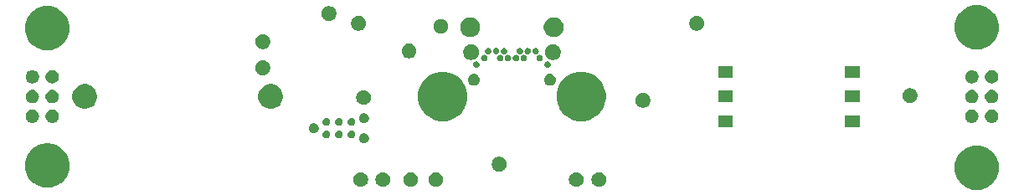
<source format=gbr>
G04 #@! TF.GenerationSoftware,KiCad,Pcbnew,(5.0.2)-1*
G04 #@! TF.CreationDate,2019-02-23T20:37:34-08:00*
G04 #@! TF.ProjectId,nixie_bottom_board,6e697869-655f-4626-9f74-746f6d5f626f,rev?*
G04 #@! TF.SameCoordinates,Original*
G04 #@! TF.FileFunction,Soldermask,Bot*
G04 #@! TF.FilePolarity,Negative*
%FSLAX46Y46*%
G04 Gerber Fmt 4.6, Leading zero omitted, Abs format (unit mm)*
G04 Created by KiCad (PCBNEW (5.0.2)-1) date 2/23/2019 8:37:34 PM*
%MOMM*%
%LPD*%
G01*
G04 APERTURE LIST*
%ADD10C,0.100000*%
G04 APERTURE END LIST*
D10*
G36*
X197366504Y-104978822D02*
X197656303Y-105036466D01*
X198065773Y-105206074D01*
X198147270Y-105260529D01*
X198433622Y-105451863D01*
X198434293Y-105452312D01*
X198747688Y-105765707D01*
X198993926Y-106134227D01*
X199163534Y-106543697D01*
X199210218Y-106778394D01*
X199250000Y-106978394D01*
X199250000Y-107421606D01*
X199232278Y-107510700D01*
X199163534Y-107856303D01*
X198993926Y-108265773D01*
X198854880Y-108473869D01*
X198747689Y-108634292D01*
X198434292Y-108947689D01*
X198365096Y-108993924D01*
X198065773Y-109193926D01*
X197656303Y-109363534D01*
X197366504Y-109421178D01*
X197221606Y-109450000D01*
X196778394Y-109450000D01*
X196633496Y-109421178D01*
X196343697Y-109363534D01*
X195934227Y-109193926D01*
X195634904Y-108993924D01*
X195565708Y-108947689D01*
X195252311Y-108634292D01*
X195145120Y-108473869D01*
X195006074Y-108265773D01*
X194836466Y-107856303D01*
X194767722Y-107510700D01*
X194750000Y-107421606D01*
X194750000Y-106978394D01*
X194789782Y-106778394D01*
X194836466Y-106543697D01*
X195006074Y-106134227D01*
X195252312Y-105765707D01*
X195565707Y-105452312D01*
X195566379Y-105451863D01*
X195852730Y-105260529D01*
X195934227Y-105206074D01*
X196343697Y-105036466D01*
X196633496Y-104978822D01*
X196778394Y-104950000D01*
X197221606Y-104950000D01*
X197366504Y-104978822D01*
X197366504Y-104978822D01*
G37*
G36*
X103366504Y-104778822D02*
X103656303Y-104836466D01*
X104065773Y-105006074D01*
X104147270Y-105060529D01*
X104434292Y-105252311D01*
X104747689Y-105565708D01*
X104752623Y-105573092D01*
X104993926Y-105934227D01*
X105163534Y-106343697D01*
X105169144Y-106371902D01*
X105250000Y-106778394D01*
X105250000Y-107221606D01*
X105232278Y-107310700D01*
X105163534Y-107656303D01*
X104993926Y-108065773D01*
X104872188Y-108247966D01*
X104747689Y-108434292D01*
X104434292Y-108747689D01*
X104322980Y-108822065D01*
X104065773Y-108993926D01*
X103656303Y-109163534D01*
X103366504Y-109221178D01*
X103221606Y-109250000D01*
X102778394Y-109250000D01*
X102633496Y-109221178D01*
X102343697Y-109163534D01*
X101934227Y-108993926D01*
X101677020Y-108822065D01*
X101565708Y-108747689D01*
X101252311Y-108434292D01*
X101127812Y-108247966D01*
X101006074Y-108065773D01*
X100836466Y-107656303D01*
X100767722Y-107310700D01*
X100750000Y-107221606D01*
X100750000Y-106778394D01*
X100830856Y-106371902D01*
X100836466Y-106343697D01*
X101006074Y-105934227D01*
X101247377Y-105573092D01*
X101252311Y-105565708D01*
X101565708Y-105252311D01*
X101852730Y-105060529D01*
X101934227Y-105006074D01*
X102343697Y-104836466D01*
X102633496Y-104778822D01*
X102778394Y-104750000D01*
X103221606Y-104750000D01*
X103366504Y-104778822D01*
X103366504Y-104778822D01*
G37*
G36*
X142518768Y-107678822D02*
X142655256Y-107735357D01*
X142778098Y-107817438D01*
X142882562Y-107921902D01*
X142964643Y-108044744D01*
X143021178Y-108181232D01*
X143050000Y-108326131D01*
X143050000Y-108473869D01*
X143021178Y-108618768D01*
X142964643Y-108755256D01*
X142882562Y-108878098D01*
X142778098Y-108982562D01*
X142655256Y-109064643D01*
X142518768Y-109121178D01*
X142373869Y-109150000D01*
X142226131Y-109150000D01*
X142081232Y-109121178D01*
X141944744Y-109064643D01*
X141821902Y-108982562D01*
X141717438Y-108878098D01*
X141635357Y-108755256D01*
X141578822Y-108618768D01*
X141550000Y-108473869D01*
X141550000Y-108326131D01*
X141578822Y-108181232D01*
X141635357Y-108044744D01*
X141717438Y-107921902D01*
X141821902Y-107817438D01*
X141944744Y-107735357D01*
X142081232Y-107678822D01*
X142226131Y-107650000D01*
X142373869Y-107650000D01*
X142518768Y-107678822D01*
X142518768Y-107678822D01*
G37*
G36*
X159018768Y-107678822D02*
X159155256Y-107735357D01*
X159278098Y-107817438D01*
X159382562Y-107921902D01*
X159464643Y-108044744D01*
X159521178Y-108181232D01*
X159550000Y-108326131D01*
X159550000Y-108473869D01*
X159521178Y-108618768D01*
X159464643Y-108755256D01*
X159382562Y-108878098D01*
X159278098Y-108982562D01*
X159155256Y-109064643D01*
X159018768Y-109121178D01*
X158873869Y-109150000D01*
X158726131Y-109150000D01*
X158581232Y-109121178D01*
X158444744Y-109064643D01*
X158321902Y-108982562D01*
X158217438Y-108878098D01*
X158135357Y-108755256D01*
X158078822Y-108618768D01*
X158050000Y-108473869D01*
X158050000Y-108326131D01*
X158078822Y-108181232D01*
X158135357Y-108044744D01*
X158217438Y-107921902D01*
X158321902Y-107817438D01*
X158444744Y-107735357D01*
X158581232Y-107678822D01*
X158726131Y-107650000D01*
X158873869Y-107650000D01*
X159018768Y-107678822D01*
X159018768Y-107678822D01*
G37*
G36*
X134918768Y-107678822D02*
X135055256Y-107735357D01*
X135178098Y-107817438D01*
X135282562Y-107921902D01*
X135364643Y-108044744D01*
X135421178Y-108181232D01*
X135450000Y-108326131D01*
X135450000Y-108473869D01*
X135421178Y-108618768D01*
X135364643Y-108755256D01*
X135282562Y-108878098D01*
X135178098Y-108982562D01*
X135055256Y-109064643D01*
X134918768Y-109121178D01*
X134773869Y-109150000D01*
X134626131Y-109150000D01*
X134481232Y-109121178D01*
X134344744Y-109064643D01*
X134221902Y-108982562D01*
X134117438Y-108878098D01*
X134035357Y-108755256D01*
X133978822Y-108618768D01*
X133950000Y-108473869D01*
X133950000Y-108326131D01*
X133978822Y-108181232D01*
X134035357Y-108044744D01*
X134117438Y-107921902D01*
X134221902Y-107817438D01*
X134344744Y-107735357D01*
X134481232Y-107678822D01*
X134626131Y-107650000D01*
X134773869Y-107650000D01*
X134918768Y-107678822D01*
X134918768Y-107678822D01*
G37*
G36*
X137168768Y-107678822D02*
X137305256Y-107735357D01*
X137428098Y-107817438D01*
X137532562Y-107921902D01*
X137614643Y-108044744D01*
X137671178Y-108181232D01*
X137700000Y-108326131D01*
X137700000Y-108473869D01*
X137671178Y-108618768D01*
X137614643Y-108755256D01*
X137532562Y-108878098D01*
X137428098Y-108982562D01*
X137305256Y-109064643D01*
X137168768Y-109121178D01*
X137023869Y-109150000D01*
X136876131Y-109150000D01*
X136731232Y-109121178D01*
X136594744Y-109064643D01*
X136471902Y-108982562D01*
X136367438Y-108878098D01*
X136285357Y-108755256D01*
X136228822Y-108618768D01*
X136200000Y-108473869D01*
X136200000Y-108326131D01*
X136228822Y-108181232D01*
X136285357Y-108044744D01*
X136367438Y-107921902D01*
X136471902Y-107817438D01*
X136594744Y-107735357D01*
X136731232Y-107678822D01*
X136876131Y-107650000D01*
X137023869Y-107650000D01*
X137168768Y-107678822D01*
X137168768Y-107678822D01*
G37*
G36*
X156718768Y-107678822D02*
X156855256Y-107735357D01*
X156978098Y-107817438D01*
X157082562Y-107921902D01*
X157164643Y-108044744D01*
X157221178Y-108181232D01*
X157250000Y-108326131D01*
X157250000Y-108473869D01*
X157221178Y-108618768D01*
X157164643Y-108755256D01*
X157082562Y-108878098D01*
X156978098Y-108982562D01*
X156855256Y-109064643D01*
X156718768Y-109121178D01*
X156573869Y-109150000D01*
X156426131Y-109150000D01*
X156281232Y-109121178D01*
X156144744Y-109064643D01*
X156021902Y-108982562D01*
X155917438Y-108878098D01*
X155835357Y-108755256D01*
X155778822Y-108618768D01*
X155750000Y-108473869D01*
X155750000Y-108326131D01*
X155778822Y-108181232D01*
X155835357Y-108044744D01*
X155917438Y-107921902D01*
X156021902Y-107817438D01*
X156144744Y-107735357D01*
X156281232Y-107678822D01*
X156426131Y-107650000D01*
X156573869Y-107650000D01*
X156718768Y-107678822D01*
X156718768Y-107678822D01*
G37*
G36*
X139978768Y-107678822D02*
X140115256Y-107735357D01*
X140238098Y-107817438D01*
X140342562Y-107921902D01*
X140424643Y-108044744D01*
X140481178Y-108181232D01*
X140510000Y-108326131D01*
X140510000Y-108473869D01*
X140481178Y-108618768D01*
X140424643Y-108755256D01*
X140342562Y-108878098D01*
X140238098Y-108982562D01*
X140115256Y-109064643D01*
X139978768Y-109121178D01*
X139833869Y-109150000D01*
X139686131Y-109150000D01*
X139541232Y-109121178D01*
X139404744Y-109064643D01*
X139281902Y-108982562D01*
X139177438Y-108878098D01*
X139095357Y-108755256D01*
X139038822Y-108618768D01*
X139010000Y-108473869D01*
X139010000Y-108326131D01*
X139038822Y-108181232D01*
X139095357Y-108044744D01*
X139177438Y-107921902D01*
X139281902Y-107817438D01*
X139404744Y-107735357D01*
X139541232Y-107678822D01*
X139686131Y-107650000D01*
X139833869Y-107650000D01*
X139978768Y-107678822D01*
X139978768Y-107678822D01*
G37*
G36*
X148918768Y-106128822D02*
X149055256Y-106185357D01*
X149178098Y-106267438D01*
X149282562Y-106371902D01*
X149364643Y-106494744D01*
X149421178Y-106631232D01*
X149450000Y-106776131D01*
X149450000Y-106923869D01*
X149421178Y-107068768D01*
X149364643Y-107205256D01*
X149282562Y-107328098D01*
X149178098Y-107432562D01*
X149055256Y-107514643D01*
X148918768Y-107571178D01*
X148773869Y-107600000D01*
X148626131Y-107600000D01*
X148481232Y-107571178D01*
X148344744Y-107514643D01*
X148221902Y-107432562D01*
X148117438Y-107328098D01*
X148035357Y-107205256D01*
X147978822Y-107068768D01*
X147950000Y-106923869D01*
X147950000Y-106776131D01*
X147978822Y-106631232D01*
X148035357Y-106494744D01*
X148117438Y-106371902D01*
X148221902Y-106267438D01*
X148344744Y-106185357D01*
X148481232Y-106128822D01*
X148626131Y-106100000D01*
X148773869Y-106100000D01*
X148918768Y-106128822D01*
X148918768Y-106128822D01*
G37*
G36*
X135184474Y-103739734D02*
X135274613Y-103777070D01*
X135355736Y-103831275D01*
X135424725Y-103900264D01*
X135478930Y-103981387D01*
X135516266Y-104071526D01*
X135535300Y-104167217D01*
X135535300Y-104264783D01*
X135516266Y-104360474D01*
X135478930Y-104450613D01*
X135424725Y-104531736D01*
X135355736Y-104600725D01*
X135274613Y-104654930D01*
X135184474Y-104692266D01*
X135088783Y-104711300D01*
X134991217Y-104711300D01*
X134895526Y-104692266D01*
X134805387Y-104654930D01*
X134724264Y-104600725D01*
X134655275Y-104531736D01*
X134601070Y-104450613D01*
X134563734Y-104360474D01*
X134544700Y-104264783D01*
X134544700Y-104167217D01*
X134563734Y-104071526D01*
X134601070Y-103981387D01*
X134655275Y-103900264D01*
X134724264Y-103831275D01*
X134805387Y-103777070D01*
X134895526Y-103739734D01*
X134991217Y-103720700D01*
X135088783Y-103720700D01*
X135184474Y-103739734D01*
X135184474Y-103739734D01*
G37*
G36*
X131294130Y-103446343D02*
X131344840Y-103456430D01*
X131416485Y-103486106D01*
X131459475Y-103514831D01*
X131480969Y-103529193D01*
X131535807Y-103584031D01*
X131550169Y-103605525D01*
X131578894Y-103648515D01*
X131608570Y-103720160D01*
X131623700Y-103796225D01*
X131623700Y-103873775D01*
X131608570Y-103949840D01*
X131578894Y-104021485D01*
X131535806Y-104085970D01*
X131480970Y-104140806D01*
X131416485Y-104183894D01*
X131344840Y-104213570D01*
X131294130Y-104223657D01*
X131268776Y-104228700D01*
X131191224Y-104228700D01*
X131165870Y-104223657D01*
X131115160Y-104213570D01*
X131043515Y-104183894D01*
X130979030Y-104140806D01*
X130924194Y-104085970D01*
X130881106Y-104021485D01*
X130851430Y-103949840D01*
X130836300Y-103873775D01*
X130836300Y-103796225D01*
X130851430Y-103720160D01*
X130881106Y-103648515D01*
X130909831Y-103605525D01*
X130924193Y-103584031D01*
X130979031Y-103529193D01*
X131000525Y-103514831D01*
X131043515Y-103486106D01*
X131115160Y-103456430D01*
X131165870Y-103446343D01*
X131191224Y-103441300D01*
X131268776Y-103441300D01*
X131294130Y-103446343D01*
X131294130Y-103446343D01*
G37*
G36*
X132564130Y-103446343D02*
X132614840Y-103456430D01*
X132686485Y-103486106D01*
X132729475Y-103514831D01*
X132750969Y-103529193D01*
X132805807Y-103584031D01*
X132820169Y-103605525D01*
X132848894Y-103648515D01*
X132878570Y-103720160D01*
X132893700Y-103796225D01*
X132893700Y-103873775D01*
X132878570Y-103949840D01*
X132848894Y-104021485D01*
X132805806Y-104085970D01*
X132750970Y-104140806D01*
X132686485Y-104183894D01*
X132614840Y-104213570D01*
X132564130Y-104223657D01*
X132538776Y-104228700D01*
X132461224Y-104228700D01*
X132435870Y-104223657D01*
X132385160Y-104213570D01*
X132313515Y-104183894D01*
X132249030Y-104140806D01*
X132194194Y-104085970D01*
X132151106Y-104021485D01*
X132121430Y-103949840D01*
X132106300Y-103873775D01*
X132106300Y-103796225D01*
X132121430Y-103720160D01*
X132151106Y-103648515D01*
X132179831Y-103605525D01*
X132194193Y-103584031D01*
X132249031Y-103529193D01*
X132270525Y-103514831D01*
X132313515Y-103486106D01*
X132385160Y-103456430D01*
X132435870Y-103446343D01*
X132461224Y-103441300D01*
X132538776Y-103441300D01*
X132564130Y-103446343D01*
X132564130Y-103446343D01*
G37*
G36*
X133834130Y-103446343D02*
X133884840Y-103456430D01*
X133956485Y-103486106D01*
X133999475Y-103514831D01*
X134020969Y-103529193D01*
X134075807Y-103584031D01*
X134090169Y-103605525D01*
X134118894Y-103648515D01*
X134148570Y-103720160D01*
X134163700Y-103796225D01*
X134163700Y-103873775D01*
X134148570Y-103949840D01*
X134118894Y-104021485D01*
X134075806Y-104085970D01*
X134020970Y-104140806D01*
X133956485Y-104183894D01*
X133884840Y-104213570D01*
X133834130Y-104223657D01*
X133808776Y-104228700D01*
X133731224Y-104228700D01*
X133705870Y-104223657D01*
X133655160Y-104213570D01*
X133583515Y-104183894D01*
X133519030Y-104140806D01*
X133464194Y-104085970D01*
X133421106Y-104021485D01*
X133391430Y-103949840D01*
X133376300Y-103873775D01*
X133376300Y-103796225D01*
X133391430Y-103720160D01*
X133421106Y-103648515D01*
X133449831Y-103605525D01*
X133464193Y-103584031D01*
X133519031Y-103529193D01*
X133540525Y-103514831D01*
X133583515Y-103486106D01*
X133655160Y-103456430D01*
X133705870Y-103446343D01*
X133731224Y-103441300D01*
X133808776Y-103441300D01*
X133834130Y-103446343D01*
X133834130Y-103446343D01*
G37*
G36*
X130104474Y-102723734D02*
X130194613Y-102761070D01*
X130275736Y-102815275D01*
X130344725Y-102884264D01*
X130398930Y-102965387D01*
X130436266Y-103055526D01*
X130455300Y-103151217D01*
X130455300Y-103248783D01*
X130436266Y-103344474D01*
X130398930Y-103434613D01*
X130344725Y-103515736D01*
X130275736Y-103584725D01*
X130194613Y-103638930D01*
X130104474Y-103676266D01*
X130008783Y-103695300D01*
X129911217Y-103695300D01*
X129815526Y-103676266D01*
X129725387Y-103638930D01*
X129644264Y-103584725D01*
X129575275Y-103515736D01*
X129521070Y-103434613D01*
X129483734Y-103344474D01*
X129464700Y-103248783D01*
X129464700Y-103151217D01*
X129483734Y-103055526D01*
X129521070Y-102965387D01*
X129575275Y-102884264D01*
X129644264Y-102815275D01*
X129725387Y-102761070D01*
X129815526Y-102723734D01*
X129911217Y-102704700D01*
X130008783Y-102704700D01*
X130104474Y-102723734D01*
X130104474Y-102723734D01*
G37*
G36*
X185150000Y-103085000D02*
X183650000Y-103085000D01*
X183650000Y-101915000D01*
X185150000Y-101915000D01*
X185150000Y-103085000D01*
X185150000Y-103085000D01*
G37*
G36*
X172350000Y-103085000D02*
X170850000Y-103085000D01*
X170850000Y-101915000D01*
X172350000Y-101915000D01*
X172350000Y-103085000D01*
X172350000Y-103085000D01*
G37*
G36*
X132564130Y-102176343D02*
X132614840Y-102186430D01*
X132686485Y-102216106D01*
X132750970Y-102259194D01*
X132805806Y-102314030D01*
X132848894Y-102378515D01*
X132878570Y-102450160D01*
X132893700Y-102526225D01*
X132893700Y-102603775D01*
X132878570Y-102679840D01*
X132848894Y-102751485D01*
X132842489Y-102761070D01*
X132806271Y-102815275D01*
X132805806Y-102815970D01*
X132750970Y-102870806D01*
X132686485Y-102913894D01*
X132614840Y-102943570D01*
X132564130Y-102953657D01*
X132538776Y-102958700D01*
X132461224Y-102958700D01*
X132435870Y-102953657D01*
X132385160Y-102943570D01*
X132313515Y-102913894D01*
X132249030Y-102870806D01*
X132194194Y-102815970D01*
X132193730Y-102815275D01*
X132157511Y-102761070D01*
X132151106Y-102751485D01*
X132121430Y-102679840D01*
X132106300Y-102603775D01*
X132106300Y-102526225D01*
X132121430Y-102450160D01*
X132151106Y-102378515D01*
X132194194Y-102314030D01*
X132249030Y-102259194D01*
X132313515Y-102216106D01*
X132385160Y-102186430D01*
X132435870Y-102176343D01*
X132461224Y-102171300D01*
X132538776Y-102171300D01*
X132564130Y-102176343D01*
X132564130Y-102176343D01*
G37*
G36*
X131294130Y-102176343D02*
X131344840Y-102186430D01*
X131416485Y-102216106D01*
X131480970Y-102259194D01*
X131535806Y-102314030D01*
X131578894Y-102378515D01*
X131608570Y-102450160D01*
X131623700Y-102526225D01*
X131623700Y-102603775D01*
X131608570Y-102679840D01*
X131578894Y-102751485D01*
X131572489Y-102761070D01*
X131536271Y-102815275D01*
X131535806Y-102815970D01*
X131480970Y-102870806D01*
X131416485Y-102913894D01*
X131344840Y-102943570D01*
X131294130Y-102953657D01*
X131268776Y-102958700D01*
X131191224Y-102958700D01*
X131165870Y-102953657D01*
X131115160Y-102943570D01*
X131043515Y-102913894D01*
X130979030Y-102870806D01*
X130924194Y-102815970D01*
X130923730Y-102815275D01*
X130887511Y-102761070D01*
X130881106Y-102751485D01*
X130851430Y-102679840D01*
X130836300Y-102603775D01*
X130836300Y-102526225D01*
X130851430Y-102450160D01*
X130881106Y-102378515D01*
X130924194Y-102314030D01*
X130979030Y-102259194D01*
X131043515Y-102216106D01*
X131115160Y-102186430D01*
X131165870Y-102176343D01*
X131191224Y-102171300D01*
X131268776Y-102171300D01*
X131294130Y-102176343D01*
X131294130Y-102176343D01*
G37*
G36*
X133834130Y-102176343D02*
X133884840Y-102186430D01*
X133956485Y-102216106D01*
X134020970Y-102259194D01*
X134075806Y-102314030D01*
X134118894Y-102378515D01*
X134148570Y-102450160D01*
X134163700Y-102526225D01*
X134163700Y-102603775D01*
X134148570Y-102679840D01*
X134118894Y-102751485D01*
X134112489Y-102761070D01*
X134076271Y-102815275D01*
X134075806Y-102815970D01*
X134020970Y-102870806D01*
X133956485Y-102913894D01*
X133884840Y-102943570D01*
X133834130Y-102953657D01*
X133808776Y-102958700D01*
X133731224Y-102958700D01*
X133705870Y-102953657D01*
X133655160Y-102943570D01*
X133583515Y-102913894D01*
X133519030Y-102870806D01*
X133464194Y-102815970D01*
X133463730Y-102815275D01*
X133427511Y-102761070D01*
X133421106Y-102751485D01*
X133391430Y-102679840D01*
X133376300Y-102603775D01*
X133376300Y-102526225D01*
X133391430Y-102450160D01*
X133421106Y-102378515D01*
X133464194Y-102314030D01*
X133519030Y-102259194D01*
X133583515Y-102216106D01*
X133655160Y-102186430D01*
X133705870Y-102176343D01*
X133731224Y-102171300D01*
X133808776Y-102171300D01*
X133834130Y-102176343D01*
X133834130Y-102176343D01*
G37*
G36*
X135184474Y-101707734D02*
X135274613Y-101745070D01*
X135355736Y-101799275D01*
X135424725Y-101868264D01*
X135478930Y-101949387D01*
X135516266Y-102039526D01*
X135535300Y-102135217D01*
X135535300Y-102232783D01*
X135516266Y-102328474D01*
X135478930Y-102418613D01*
X135424725Y-102499736D01*
X135355736Y-102568725D01*
X135274613Y-102622930D01*
X135184474Y-102660266D01*
X135088783Y-102679300D01*
X134991217Y-102679300D01*
X134895526Y-102660266D01*
X134805387Y-102622930D01*
X134724264Y-102568725D01*
X134655275Y-102499736D01*
X134601070Y-102418613D01*
X134563734Y-102328474D01*
X134544700Y-102232783D01*
X134544700Y-102135217D01*
X134563734Y-102039526D01*
X134601070Y-101949387D01*
X134655275Y-101868264D01*
X134724264Y-101799275D01*
X134805387Y-101745070D01*
X134895526Y-101707734D01*
X134991217Y-101688700D01*
X135088783Y-101688700D01*
X135184474Y-101707734D01*
X135184474Y-101707734D01*
G37*
G36*
X198632323Y-101334767D02*
X198759561Y-101373364D01*
X198876824Y-101436042D01*
X198979606Y-101520394D01*
X199063958Y-101623176D01*
X199126636Y-101740439D01*
X199165233Y-101867677D01*
X199178266Y-102000000D01*
X199165233Y-102132323D01*
X199126636Y-102259561D01*
X199063958Y-102376824D01*
X198979606Y-102479606D01*
X198876824Y-102563958D01*
X198759561Y-102626636D01*
X198632323Y-102665233D01*
X198533159Y-102675000D01*
X198466841Y-102675000D01*
X198367677Y-102665233D01*
X198240439Y-102626636D01*
X198123176Y-102563958D01*
X198020394Y-102479606D01*
X197936042Y-102376824D01*
X197873364Y-102259561D01*
X197834767Y-102132323D01*
X197821734Y-102000000D01*
X197834767Y-101867677D01*
X197873364Y-101740439D01*
X197936042Y-101623176D01*
X198020394Y-101520394D01*
X198123176Y-101436042D01*
X198240439Y-101373364D01*
X198367677Y-101334767D01*
X198466841Y-101325000D01*
X198533159Y-101325000D01*
X198632323Y-101334767D01*
X198632323Y-101334767D01*
G37*
G36*
X196632323Y-101334767D02*
X196759561Y-101373364D01*
X196876824Y-101436042D01*
X196979606Y-101520394D01*
X197063958Y-101623176D01*
X197126636Y-101740439D01*
X197165233Y-101867677D01*
X197178266Y-102000000D01*
X197165233Y-102132323D01*
X197126636Y-102259561D01*
X197063958Y-102376824D01*
X196979606Y-102479606D01*
X196876824Y-102563958D01*
X196759561Y-102626636D01*
X196632323Y-102665233D01*
X196533159Y-102675000D01*
X196466841Y-102675000D01*
X196367677Y-102665233D01*
X196240439Y-102626636D01*
X196123176Y-102563958D01*
X196020394Y-102479606D01*
X195936042Y-102376824D01*
X195873364Y-102259561D01*
X195834767Y-102132323D01*
X195821734Y-102000000D01*
X195834767Y-101867677D01*
X195873364Y-101740439D01*
X195936042Y-101623176D01*
X196020394Y-101520394D01*
X196123176Y-101436042D01*
X196240439Y-101373364D01*
X196367677Y-101334767D01*
X196466841Y-101325000D01*
X196533159Y-101325000D01*
X196632323Y-101334767D01*
X196632323Y-101334767D01*
G37*
G36*
X103632323Y-101334767D02*
X103759561Y-101373364D01*
X103876824Y-101436042D01*
X103979606Y-101520394D01*
X104063958Y-101623176D01*
X104126636Y-101740439D01*
X104165233Y-101867677D01*
X104178266Y-102000000D01*
X104165233Y-102132323D01*
X104126636Y-102259561D01*
X104063958Y-102376824D01*
X103979606Y-102479606D01*
X103876824Y-102563958D01*
X103759561Y-102626636D01*
X103632323Y-102665233D01*
X103533159Y-102675000D01*
X103466841Y-102675000D01*
X103367677Y-102665233D01*
X103240439Y-102626636D01*
X103123176Y-102563958D01*
X103020394Y-102479606D01*
X102936042Y-102376824D01*
X102873364Y-102259561D01*
X102834767Y-102132323D01*
X102821734Y-102000000D01*
X102834767Y-101867677D01*
X102873364Y-101740439D01*
X102936042Y-101623176D01*
X103020394Y-101520394D01*
X103123176Y-101436042D01*
X103240439Y-101373364D01*
X103367677Y-101334767D01*
X103466841Y-101325000D01*
X103533159Y-101325000D01*
X103632323Y-101334767D01*
X103632323Y-101334767D01*
G37*
G36*
X101632323Y-101334767D02*
X101759561Y-101373364D01*
X101876824Y-101436042D01*
X101979606Y-101520394D01*
X102063958Y-101623176D01*
X102126636Y-101740439D01*
X102165233Y-101867677D01*
X102178266Y-102000000D01*
X102165233Y-102132323D01*
X102126636Y-102259561D01*
X102063958Y-102376824D01*
X101979606Y-102479606D01*
X101876824Y-102563958D01*
X101759561Y-102626636D01*
X101632323Y-102665233D01*
X101533159Y-102675000D01*
X101466841Y-102675000D01*
X101367677Y-102665233D01*
X101240439Y-102626636D01*
X101123176Y-102563958D01*
X101020394Y-102479606D01*
X100936042Y-102376824D01*
X100873364Y-102259561D01*
X100834767Y-102132323D01*
X100821734Y-102000000D01*
X100834767Y-101867677D01*
X100873364Y-101740439D01*
X100936042Y-101623176D01*
X101020394Y-101520394D01*
X101123176Y-101436042D01*
X101240439Y-101373364D01*
X101367677Y-101334767D01*
X101466841Y-101325000D01*
X101533159Y-101325000D01*
X101632323Y-101334767D01*
X101632323Y-101334767D01*
G37*
G36*
X157729225Y-97596074D02*
X158184192Y-97784528D01*
X158184194Y-97784529D01*
X158308638Y-97867680D01*
X158593658Y-98058124D01*
X158941876Y-98406342D01*
X159094512Y-98634778D01*
X159198797Y-98790851D01*
X159215472Y-98815808D01*
X159403926Y-99270775D01*
X159500000Y-99753772D01*
X159500000Y-100246228D01*
X159403926Y-100729225D01*
X159241573Y-101121178D01*
X159215471Y-101184194D01*
X159171501Y-101250000D01*
X158941876Y-101593658D01*
X158593658Y-101941876D01*
X158447514Y-102039526D01*
X158184194Y-102215471D01*
X158184193Y-102215472D01*
X158184192Y-102215472D01*
X157729225Y-102403926D01*
X157246228Y-102500000D01*
X156753772Y-102500000D01*
X156270775Y-102403926D01*
X155815808Y-102215472D01*
X155815807Y-102215472D01*
X155815806Y-102215471D01*
X155552486Y-102039526D01*
X155406342Y-101941876D01*
X155058124Y-101593658D01*
X154828499Y-101250000D01*
X154784529Y-101184194D01*
X154758427Y-101121178D01*
X154596074Y-100729225D01*
X154500000Y-100246228D01*
X154500000Y-99753772D01*
X154596074Y-99270775D01*
X154784528Y-98815808D01*
X154801204Y-98790851D01*
X154905488Y-98634778D01*
X155058124Y-98406342D01*
X155406342Y-98058124D01*
X155691362Y-97867680D01*
X155815806Y-97784529D01*
X155815808Y-97784528D01*
X156270775Y-97596074D01*
X156753772Y-97500000D01*
X157246228Y-97500000D01*
X157729225Y-97596074D01*
X157729225Y-97596074D01*
G37*
G36*
X143729225Y-97596074D02*
X144184192Y-97784528D01*
X144184194Y-97784529D01*
X144308638Y-97867680D01*
X144593658Y-98058124D01*
X144941876Y-98406342D01*
X145094512Y-98634778D01*
X145198797Y-98790851D01*
X145215472Y-98815808D01*
X145403926Y-99270775D01*
X145500000Y-99753772D01*
X145500000Y-100246228D01*
X145403926Y-100729225D01*
X145241573Y-101121178D01*
X145215471Y-101184194D01*
X145171501Y-101250000D01*
X144941876Y-101593658D01*
X144593658Y-101941876D01*
X144447514Y-102039526D01*
X144184194Y-102215471D01*
X144184193Y-102215472D01*
X144184192Y-102215472D01*
X143729225Y-102403926D01*
X143246228Y-102500000D01*
X142753772Y-102500000D01*
X142270775Y-102403926D01*
X141815808Y-102215472D01*
X141815807Y-102215472D01*
X141815806Y-102215471D01*
X141552486Y-102039526D01*
X141406342Y-101941876D01*
X141058124Y-101593658D01*
X140828499Y-101250000D01*
X140784529Y-101184194D01*
X140758427Y-101121178D01*
X140596074Y-100729225D01*
X140500000Y-100246228D01*
X140500000Y-99753772D01*
X140596074Y-99270775D01*
X140784528Y-98815808D01*
X140801204Y-98790851D01*
X140905488Y-98634778D01*
X141058124Y-98406342D01*
X141406342Y-98058124D01*
X141691362Y-97867680D01*
X141815806Y-97784529D01*
X141815808Y-97784528D01*
X142270775Y-97596074D01*
X142753772Y-97500000D01*
X143246228Y-97500000D01*
X143729225Y-97596074D01*
X143729225Y-97596074D01*
G37*
G36*
X107164613Y-98798037D02*
X107392095Y-98892263D01*
X107596830Y-99029063D01*
X107770937Y-99203170D01*
X107907737Y-99407905D01*
X108001963Y-99635387D01*
X108050000Y-99876886D01*
X108050000Y-100123114D01*
X108001963Y-100364613D01*
X107907737Y-100592095D01*
X107770937Y-100796830D01*
X107596830Y-100970937D01*
X107392095Y-101107737D01*
X107164613Y-101201963D01*
X106923114Y-101250000D01*
X106676886Y-101250000D01*
X106435387Y-101201963D01*
X106207905Y-101107737D01*
X106003170Y-100970937D01*
X105829063Y-100796830D01*
X105692263Y-100592095D01*
X105598037Y-100364613D01*
X105550000Y-100123114D01*
X105550000Y-99876886D01*
X105598037Y-99635387D01*
X105692263Y-99407905D01*
X105829063Y-99203170D01*
X106003170Y-99029063D01*
X106207905Y-98892263D01*
X106435387Y-98798037D01*
X106676886Y-98750000D01*
X106923114Y-98750000D01*
X107164613Y-98798037D01*
X107164613Y-98798037D01*
G37*
G36*
X125964613Y-98798037D02*
X126192095Y-98892263D01*
X126396830Y-99029063D01*
X126570937Y-99203170D01*
X126707737Y-99407905D01*
X126801963Y-99635387D01*
X126850000Y-99876886D01*
X126850000Y-100123114D01*
X126801963Y-100364613D01*
X126707737Y-100592095D01*
X126570937Y-100796830D01*
X126396830Y-100970937D01*
X126192095Y-101107737D01*
X125964613Y-101201963D01*
X125723114Y-101250000D01*
X125476886Y-101250000D01*
X125235387Y-101201963D01*
X125007905Y-101107737D01*
X124803170Y-100970937D01*
X124629063Y-100796830D01*
X124492263Y-100592095D01*
X124398037Y-100364613D01*
X124350000Y-100123114D01*
X124350000Y-99876886D01*
X124398037Y-99635387D01*
X124492263Y-99407905D01*
X124629063Y-99203170D01*
X124803170Y-99029063D01*
X125007905Y-98892263D01*
X125235387Y-98798037D01*
X125476886Y-98750000D01*
X125723114Y-98750000D01*
X125964613Y-98798037D01*
X125964613Y-98798037D01*
G37*
G36*
X163468768Y-99678822D02*
X163605256Y-99735357D01*
X163728098Y-99817438D01*
X163832562Y-99921902D01*
X163914643Y-100044744D01*
X163971178Y-100181232D01*
X164000000Y-100326131D01*
X164000000Y-100473869D01*
X163971178Y-100618768D01*
X163914643Y-100755256D01*
X163832562Y-100878098D01*
X163728098Y-100982562D01*
X163605256Y-101064643D01*
X163468768Y-101121178D01*
X163323869Y-101150000D01*
X163176131Y-101150000D01*
X163031232Y-101121178D01*
X162894744Y-101064643D01*
X162771902Y-100982562D01*
X162667438Y-100878098D01*
X162585357Y-100755256D01*
X162528822Y-100618768D01*
X162500000Y-100473869D01*
X162500000Y-100326131D01*
X162528822Y-100181232D01*
X162585357Y-100044744D01*
X162667438Y-99921902D01*
X162771902Y-99817438D01*
X162894744Y-99735357D01*
X163031232Y-99678822D01*
X163176131Y-99650000D01*
X163323869Y-99650000D01*
X163468768Y-99678822D01*
X163468768Y-99678822D01*
G37*
G36*
X135218768Y-99378822D02*
X135355256Y-99435357D01*
X135437151Y-99490078D01*
X135478097Y-99517437D01*
X135582563Y-99621903D01*
X135601337Y-99650000D01*
X135664643Y-99744744D01*
X135721178Y-99881232D01*
X135750000Y-100026131D01*
X135750000Y-100173869D01*
X135721178Y-100318768D01*
X135664643Y-100455256D01*
X135609922Y-100537151D01*
X135591553Y-100564643D01*
X135582562Y-100578098D01*
X135478098Y-100682562D01*
X135355256Y-100764643D01*
X135218768Y-100821178D01*
X135073869Y-100850000D01*
X134926131Y-100850000D01*
X134781232Y-100821178D01*
X134644744Y-100764643D01*
X134521902Y-100682562D01*
X134417438Y-100578098D01*
X134408448Y-100564643D01*
X134390078Y-100537151D01*
X134335357Y-100455256D01*
X134278822Y-100318768D01*
X134250000Y-100173869D01*
X134250000Y-100026131D01*
X134278822Y-99881232D01*
X134335357Y-99744744D01*
X134398663Y-99650000D01*
X134417437Y-99621903D01*
X134521903Y-99517437D01*
X134562849Y-99490078D01*
X134644744Y-99435357D01*
X134781232Y-99378822D01*
X134926131Y-99350000D01*
X135073869Y-99350000D01*
X135218768Y-99378822D01*
X135218768Y-99378822D01*
G37*
G36*
X103632323Y-99334767D02*
X103759561Y-99373364D01*
X103876824Y-99436042D01*
X103979606Y-99520394D01*
X104063958Y-99623176D01*
X104126636Y-99740439D01*
X104165233Y-99867677D01*
X104178266Y-100000000D01*
X104165233Y-100132323D01*
X104126636Y-100259561D01*
X104063958Y-100376824D01*
X103979606Y-100479606D01*
X103876824Y-100563958D01*
X103759561Y-100626636D01*
X103632323Y-100665233D01*
X103533159Y-100675000D01*
X103466841Y-100675000D01*
X103367677Y-100665233D01*
X103240439Y-100626636D01*
X103123176Y-100563958D01*
X103020394Y-100479606D01*
X102936042Y-100376824D01*
X102873364Y-100259561D01*
X102834767Y-100132323D01*
X102821734Y-100000000D01*
X102834767Y-99867677D01*
X102873364Y-99740439D01*
X102936042Y-99623176D01*
X103020394Y-99520394D01*
X103123176Y-99436042D01*
X103240439Y-99373364D01*
X103367677Y-99334767D01*
X103466841Y-99325000D01*
X103533159Y-99325000D01*
X103632323Y-99334767D01*
X103632323Y-99334767D01*
G37*
G36*
X101632323Y-99334767D02*
X101759561Y-99373364D01*
X101876824Y-99436042D01*
X101979606Y-99520394D01*
X102063958Y-99623176D01*
X102126636Y-99740439D01*
X102165233Y-99867677D01*
X102178266Y-100000000D01*
X102165233Y-100132323D01*
X102126636Y-100259561D01*
X102063958Y-100376824D01*
X101979606Y-100479606D01*
X101876824Y-100563958D01*
X101759561Y-100626636D01*
X101632323Y-100665233D01*
X101533159Y-100675000D01*
X101466841Y-100675000D01*
X101367677Y-100665233D01*
X101240439Y-100626636D01*
X101123176Y-100563958D01*
X101020394Y-100479606D01*
X100936042Y-100376824D01*
X100873364Y-100259561D01*
X100834767Y-100132323D01*
X100821734Y-100000000D01*
X100834767Y-99867677D01*
X100873364Y-99740439D01*
X100936042Y-99623176D01*
X101020394Y-99520394D01*
X101123176Y-99436042D01*
X101240439Y-99373364D01*
X101367677Y-99334767D01*
X101466841Y-99325000D01*
X101533159Y-99325000D01*
X101632323Y-99334767D01*
X101632323Y-99334767D01*
G37*
G36*
X196632323Y-99334767D02*
X196759561Y-99373364D01*
X196876824Y-99436042D01*
X196979606Y-99520394D01*
X197063958Y-99623176D01*
X197126636Y-99740439D01*
X197165233Y-99867677D01*
X197178266Y-100000000D01*
X197165233Y-100132323D01*
X197126636Y-100259561D01*
X197063958Y-100376824D01*
X196979606Y-100479606D01*
X196876824Y-100563958D01*
X196759561Y-100626636D01*
X196632323Y-100665233D01*
X196533159Y-100675000D01*
X196466841Y-100675000D01*
X196367677Y-100665233D01*
X196240439Y-100626636D01*
X196123176Y-100563958D01*
X196020394Y-100479606D01*
X195936042Y-100376824D01*
X195873364Y-100259561D01*
X195834767Y-100132323D01*
X195821734Y-100000000D01*
X195834767Y-99867677D01*
X195873364Y-99740439D01*
X195936042Y-99623176D01*
X196020394Y-99520394D01*
X196123176Y-99436042D01*
X196240439Y-99373364D01*
X196367677Y-99334767D01*
X196466841Y-99325000D01*
X196533159Y-99325000D01*
X196632323Y-99334767D01*
X196632323Y-99334767D01*
G37*
G36*
X198632323Y-99334767D02*
X198759561Y-99373364D01*
X198876824Y-99436042D01*
X198979606Y-99520394D01*
X199063958Y-99623176D01*
X199126636Y-99740439D01*
X199165233Y-99867677D01*
X199178266Y-100000000D01*
X199165233Y-100132323D01*
X199126636Y-100259561D01*
X199063958Y-100376824D01*
X198979606Y-100479606D01*
X198876824Y-100563958D01*
X198759561Y-100626636D01*
X198632323Y-100665233D01*
X198533159Y-100675000D01*
X198466841Y-100675000D01*
X198367677Y-100665233D01*
X198240439Y-100626636D01*
X198123176Y-100563958D01*
X198020394Y-100479606D01*
X197936042Y-100376824D01*
X197873364Y-100259561D01*
X197834767Y-100132323D01*
X197821734Y-100000000D01*
X197834767Y-99867677D01*
X197873364Y-99740439D01*
X197936042Y-99623176D01*
X198020394Y-99520394D01*
X198123176Y-99436042D01*
X198240439Y-99373364D01*
X198367677Y-99334767D01*
X198466841Y-99325000D01*
X198533159Y-99325000D01*
X198632323Y-99334767D01*
X198632323Y-99334767D01*
G37*
G36*
X190468768Y-99178822D02*
X190605256Y-99235357D01*
X190658262Y-99270775D01*
X190728097Y-99317437D01*
X190832563Y-99421903D01*
X190859922Y-99462849D01*
X190914643Y-99544744D01*
X190971178Y-99681232D01*
X191000000Y-99826131D01*
X191000000Y-99973869D01*
X190971178Y-100118768D01*
X190914643Y-100255256D01*
X190911767Y-100259560D01*
X190833414Y-100376824D01*
X190832562Y-100378098D01*
X190728098Y-100482562D01*
X190605256Y-100564643D01*
X190468768Y-100621178D01*
X190323869Y-100650000D01*
X190176131Y-100650000D01*
X190031232Y-100621178D01*
X189894744Y-100564643D01*
X189771902Y-100482562D01*
X189667438Y-100378098D01*
X189666587Y-100376824D01*
X189588233Y-100259560D01*
X189585357Y-100255256D01*
X189528822Y-100118768D01*
X189500000Y-99973869D01*
X189500000Y-99826131D01*
X189528822Y-99681232D01*
X189585357Y-99544744D01*
X189640078Y-99462849D01*
X189667437Y-99421903D01*
X189771903Y-99317437D01*
X189841738Y-99270775D01*
X189894744Y-99235357D01*
X190031232Y-99178822D01*
X190176131Y-99150000D01*
X190323869Y-99150000D01*
X190468768Y-99178822D01*
X190468768Y-99178822D01*
G37*
G36*
X185150000Y-100585000D02*
X183650000Y-100585000D01*
X183650000Y-99415000D01*
X185150000Y-99415000D01*
X185150000Y-100585000D01*
X185150000Y-100585000D01*
G37*
G36*
X172350000Y-100585000D02*
X170850000Y-100585000D01*
X170850000Y-99415000D01*
X172350000Y-99415000D01*
X172350000Y-100585000D01*
X172350000Y-100585000D01*
G37*
G36*
X153962054Y-97721529D02*
X154020015Y-97733058D01*
X154129204Y-97778285D01*
X154129207Y-97778287D01*
X154227478Y-97843950D01*
X154311050Y-97927522D01*
X154376713Y-98025793D01*
X154376715Y-98025796D01*
X154420838Y-98132320D01*
X154421942Y-98134986D01*
X154445000Y-98250905D01*
X154445000Y-98369095D01*
X154443462Y-98376825D01*
X154421942Y-98485015D01*
X154376715Y-98594204D01*
X154376713Y-98594207D01*
X154311050Y-98692478D01*
X154227478Y-98776050D01*
X154194572Y-98798037D01*
X154129204Y-98841715D01*
X154020015Y-98886942D01*
X153993264Y-98892263D01*
X153904095Y-98910000D01*
X153785905Y-98910000D01*
X153696736Y-98892263D01*
X153669985Y-98886942D01*
X153560796Y-98841715D01*
X153495428Y-98798037D01*
X153462522Y-98776050D01*
X153378950Y-98692478D01*
X153313287Y-98594207D01*
X153313285Y-98594204D01*
X153268058Y-98485015D01*
X153246538Y-98376825D01*
X153245000Y-98369095D01*
X153245000Y-98250905D01*
X153268058Y-98134986D01*
X153269162Y-98132320D01*
X153313285Y-98025796D01*
X153313287Y-98025793D01*
X153378950Y-97927522D01*
X153462522Y-97843950D01*
X153560793Y-97778287D01*
X153560796Y-97778285D01*
X153669985Y-97733058D01*
X153727946Y-97721529D01*
X153785905Y-97710000D01*
X153904095Y-97710000D01*
X153962054Y-97721529D01*
X153962054Y-97721529D01*
G37*
G36*
X146272054Y-97721529D02*
X146330015Y-97733058D01*
X146439204Y-97778285D01*
X146439207Y-97778287D01*
X146537478Y-97843950D01*
X146621050Y-97927522D01*
X146686713Y-98025793D01*
X146686715Y-98025796D01*
X146730838Y-98132320D01*
X146731942Y-98134986D01*
X146755000Y-98250905D01*
X146755000Y-98369095D01*
X146753462Y-98376825D01*
X146731942Y-98485015D01*
X146686715Y-98594204D01*
X146686713Y-98594207D01*
X146621050Y-98692478D01*
X146537478Y-98776050D01*
X146504572Y-98798037D01*
X146439204Y-98841715D01*
X146330015Y-98886942D01*
X146303264Y-98892263D01*
X146214095Y-98910000D01*
X146095905Y-98910000D01*
X146006736Y-98892263D01*
X145979985Y-98886942D01*
X145870796Y-98841715D01*
X145805428Y-98798037D01*
X145772522Y-98776050D01*
X145688950Y-98692478D01*
X145623287Y-98594207D01*
X145623285Y-98594204D01*
X145578058Y-98485015D01*
X145556538Y-98376825D01*
X145555000Y-98369095D01*
X145555000Y-98250905D01*
X145578058Y-98134986D01*
X145579162Y-98132320D01*
X145623285Y-98025796D01*
X145623287Y-98025793D01*
X145688950Y-97927522D01*
X145772522Y-97843950D01*
X145870793Y-97778287D01*
X145870796Y-97778285D01*
X145979985Y-97733058D01*
X146037946Y-97721529D01*
X146095905Y-97710000D01*
X146214095Y-97710000D01*
X146272054Y-97721529D01*
X146272054Y-97721529D01*
G37*
G36*
X196609951Y-97333647D02*
X196696892Y-97350940D01*
X196819730Y-97401821D01*
X196930289Y-97475694D01*
X197024306Y-97569711D01*
X197098179Y-97680270D01*
X197149060Y-97803108D01*
X197149060Y-97803110D01*
X197175000Y-97933518D01*
X197175000Y-98066482D01*
X197166353Y-98109951D01*
X197149060Y-98196892D01*
X197098179Y-98319730D01*
X197024306Y-98430289D01*
X196930289Y-98524306D01*
X196819730Y-98598179D01*
X196696892Y-98649060D01*
X196615584Y-98665233D01*
X196566482Y-98675000D01*
X196433518Y-98675000D01*
X196384416Y-98665233D01*
X196303108Y-98649060D01*
X196180270Y-98598179D01*
X196069711Y-98524306D01*
X195975694Y-98430289D01*
X195901821Y-98319730D01*
X195850940Y-98196892D01*
X195833647Y-98109951D01*
X195825000Y-98066482D01*
X195825000Y-97933518D01*
X195850940Y-97803110D01*
X195850940Y-97803108D01*
X195901821Y-97680270D01*
X195975694Y-97569711D01*
X196069711Y-97475694D01*
X196180270Y-97401821D01*
X196303108Y-97350940D01*
X196390049Y-97333647D01*
X196433518Y-97325000D01*
X196566482Y-97325000D01*
X196609951Y-97333647D01*
X196609951Y-97333647D01*
G37*
G36*
X103632323Y-97334767D02*
X103759561Y-97373364D01*
X103876824Y-97436042D01*
X103979606Y-97520394D01*
X104063958Y-97623176D01*
X104126636Y-97740439D01*
X104165233Y-97867677D01*
X104178266Y-98000000D01*
X104165233Y-98132323D01*
X104126636Y-98259561D01*
X104063958Y-98376824D01*
X103979606Y-98479606D01*
X103876824Y-98563958D01*
X103759561Y-98626636D01*
X103632323Y-98665233D01*
X103533159Y-98675000D01*
X103466841Y-98675000D01*
X103367677Y-98665233D01*
X103240439Y-98626636D01*
X103123176Y-98563958D01*
X103020394Y-98479606D01*
X102936042Y-98376824D01*
X102873364Y-98259561D01*
X102834767Y-98132323D01*
X102821734Y-98000000D01*
X102834767Y-97867677D01*
X102873364Y-97740439D01*
X102936042Y-97623176D01*
X103020394Y-97520394D01*
X103123176Y-97436042D01*
X103240439Y-97373364D01*
X103367677Y-97334767D01*
X103466841Y-97325000D01*
X103533159Y-97325000D01*
X103632323Y-97334767D01*
X103632323Y-97334767D01*
G37*
G36*
X198632323Y-97334767D02*
X198759561Y-97373364D01*
X198876824Y-97436042D01*
X198979606Y-97520394D01*
X199063958Y-97623176D01*
X199126636Y-97740439D01*
X199165233Y-97867677D01*
X199178266Y-98000000D01*
X199165233Y-98132323D01*
X199126636Y-98259561D01*
X199063958Y-98376824D01*
X198979606Y-98479606D01*
X198876824Y-98563958D01*
X198759561Y-98626636D01*
X198632323Y-98665233D01*
X198533159Y-98675000D01*
X198466841Y-98675000D01*
X198367677Y-98665233D01*
X198240439Y-98626636D01*
X198123176Y-98563958D01*
X198020394Y-98479606D01*
X197936042Y-98376824D01*
X197873364Y-98259561D01*
X197834767Y-98132323D01*
X197821734Y-98000000D01*
X197834767Y-97867677D01*
X197873364Y-97740439D01*
X197936042Y-97623176D01*
X198020394Y-97520394D01*
X198123176Y-97436042D01*
X198240439Y-97373364D01*
X198367677Y-97334767D01*
X198466841Y-97325000D01*
X198533159Y-97325000D01*
X198632323Y-97334767D01*
X198632323Y-97334767D01*
G37*
G36*
X101609951Y-97333647D02*
X101696892Y-97350940D01*
X101819730Y-97401821D01*
X101930289Y-97475694D01*
X102024306Y-97569711D01*
X102098179Y-97680270D01*
X102149060Y-97803108D01*
X102149060Y-97803110D01*
X102175000Y-97933518D01*
X102175000Y-98066482D01*
X102166353Y-98109951D01*
X102149060Y-98196892D01*
X102098179Y-98319730D01*
X102024306Y-98430289D01*
X101930289Y-98524306D01*
X101819730Y-98598179D01*
X101696892Y-98649060D01*
X101615584Y-98665233D01*
X101566482Y-98675000D01*
X101433518Y-98675000D01*
X101384416Y-98665233D01*
X101303108Y-98649060D01*
X101180270Y-98598179D01*
X101069711Y-98524306D01*
X100975694Y-98430289D01*
X100901821Y-98319730D01*
X100850940Y-98196892D01*
X100833647Y-98109951D01*
X100825000Y-98066482D01*
X100825000Y-97933518D01*
X100850940Y-97803110D01*
X100850940Y-97803108D01*
X100901821Y-97680270D01*
X100975694Y-97569711D01*
X101069711Y-97475694D01*
X101180270Y-97401821D01*
X101303108Y-97350940D01*
X101390049Y-97333647D01*
X101433518Y-97325000D01*
X101566482Y-97325000D01*
X101609951Y-97333647D01*
X101609951Y-97333647D01*
G37*
G36*
X185150000Y-98085000D02*
X183650000Y-98085000D01*
X183650000Y-96915000D01*
X185150000Y-96915000D01*
X185150000Y-98085000D01*
X185150000Y-98085000D01*
G37*
G36*
X172350000Y-98085000D02*
X170850000Y-98085000D01*
X170850000Y-96915000D01*
X172350000Y-96915000D01*
X172350000Y-98085000D01*
X172350000Y-98085000D01*
G37*
G36*
X125018768Y-96378822D02*
X125155256Y-96435357D01*
X125278098Y-96517438D01*
X125382562Y-96621902D01*
X125464643Y-96744744D01*
X125521178Y-96881232D01*
X125550000Y-97026131D01*
X125550000Y-97173869D01*
X125521178Y-97318768D01*
X125464643Y-97455256D01*
X125382562Y-97578098D01*
X125278098Y-97682562D01*
X125155256Y-97764643D01*
X125018768Y-97821178D01*
X124873869Y-97850000D01*
X124726131Y-97850000D01*
X124581232Y-97821178D01*
X124444744Y-97764643D01*
X124321902Y-97682562D01*
X124217438Y-97578098D01*
X124135357Y-97455256D01*
X124078822Y-97318768D01*
X124050000Y-97173869D01*
X124050000Y-97026131D01*
X124078822Y-96881232D01*
X124135357Y-96744744D01*
X124217438Y-96621902D01*
X124321902Y-96517438D01*
X124444744Y-96435357D01*
X124581232Y-96378822D01*
X124726131Y-96350000D01*
X124873869Y-96350000D01*
X125018768Y-96378822D01*
X125018768Y-96378822D01*
G37*
G36*
X153694799Y-96447489D02*
X153753945Y-96471988D01*
X153807176Y-96507556D01*
X153852444Y-96552824D01*
X153888012Y-96606055D01*
X153912511Y-96665201D01*
X153925000Y-96727990D01*
X153925000Y-96792010D01*
X153912511Y-96854799D01*
X153888012Y-96913945D01*
X153852444Y-96967176D01*
X153807176Y-97012444D01*
X153753945Y-97048012D01*
X153694799Y-97072511D01*
X153632010Y-97085000D01*
X153567990Y-97085000D01*
X153505201Y-97072511D01*
X153446055Y-97048012D01*
X153392824Y-97012444D01*
X153347556Y-96967176D01*
X153311988Y-96913945D01*
X153287489Y-96854799D01*
X153275000Y-96792010D01*
X153275000Y-96727990D01*
X153287489Y-96665201D01*
X153311988Y-96606055D01*
X153347556Y-96552824D01*
X153392824Y-96507556D01*
X153446055Y-96471988D01*
X153505201Y-96447489D01*
X153567990Y-96435000D01*
X153632010Y-96435000D01*
X153694799Y-96447489D01*
X153694799Y-96447489D01*
G37*
G36*
X146494799Y-96447489D02*
X146553945Y-96471988D01*
X146607176Y-96507556D01*
X146652444Y-96552824D01*
X146688012Y-96606055D01*
X146712511Y-96665201D01*
X146725000Y-96727990D01*
X146725000Y-96792010D01*
X146712511Y-96854799D01*
X146688012Y-96913945D01*
X146652444Y-96967176D01*
X146607176Y-97012444D01*
X146553945Y-97048012D01*
X146494799Y-97072511D01*
X146432010Y-97085000D01*
X146367990Y-97085000D01*
X146305201Y-97072511D01*
X146246055Y-97048012D01*
X146192824Y-97012444D01*
X146147556Y-96967176D01*
X146111988Y-96913945D01*
X146087489Y-96854799D01*
X146075000Y-96792010D01*
X146075000Y-96727990D01*
X146087489Y-96665201D01*
X146111988Y-96606055D01*
X146147556Y-96552824D01*
X146192824Y-96507556D01*
X146246055Y-96471988D01*
X146305201Y-96447489D01*
X146367990Y-96435000D01*
X146432010Y-96435000D01*
X146494799Y-96447489D01*
X146494799Y-96447489D01*
G37*
G36*
X151294799Y-95797489D02*
X151353945Y-95821988D01*
X151407176Y-95857556D01*
X151452444Y-95902824D01*
X151488012Y-95956055D01*
X151512511Y-96015201D01*
X151525000Y-96077990D01*
X151525000Y-96142010D01*
X151512511Y-96204799D01*
X151488012Y-96263945D01*
X151452444Y-96317176D01*
X151407176Y-96362444D01*
X151353945Y-96398012D01*
X151294799Y-96422511D01*
X151232010Y-96435000D01*
X151167990Y-96435000D01*
X151105201Y-96422511D01*
X151046055Y-96398012D01*
X150992824Y-96362444D01*
X150947556Y-96317176D01*
X150911988Y-96263945D01*
X150887489Y-96204799D01*
X150875000Y-96142010D01*
X150875000Y-96077990D01*
X150887489Y-96015201D01*
X150911988Y-95956055D01*
X150947556Y-95902824D01*
X150992824Y-95857556D01*
X151046055Y-95821988D01*
X151105201Y-95797489D01*
X151167990Y-95785000D01*
X151232010Y-95785000D01*
X151294799Y-95797489D01*
X151294799Y-95797489D01*
G37*
G36*
X150494799Y-95797489D02*
X150553945Y-95821988D01*
X150607176Y-95857556D01*
X150652444Y-95902824D01*
X150688012Y-95956055D01*
X150712511Y-96015201D01*
X150725000Y-96077990D01*
X150725000Y-96142010D01*
X150712511Y-96204799D01*
X150688012Y-96263945D01*
X150652444Y-96317176D01*
X150607176Y-96362444D01*
X150553945Y-96398012D01*
X150494799Y-96422511D01*
X150432010Y-96435000D01*
X150367990Y-96435000D01*
X150305201Y-96422511D01*
X150246055Y-96398012D01*
X150192824Y-96362444D01*
X150147556Y-96317176D01*
X150111988Y-96263945D01*
X150087489Y-96204799D01*
X150075000Y-96142010D01*
X150075000Y-96077990D01*
X150087489Y-96015201D01*
X150111988Y-95956055D01*
X150147556Y-95902824D01*
X150192824Y-95857556D01*
X150246055Y-95821988D01*
X150305201Y-95797489D01*
X150367990Y-95785000D01*
X150432010Y-95785000D01*
X150494799Y-95797489D01*
X150494799Y-95797489D01*
G37*
G36*
X152894799Y-95797489D02*
X152953945Y-95821988D01*
X153007176Y-95857556D01*
X153052444Y-95902824D01*
X153088012Y-95956055D01*
X153112511Y-96015201D01*
X153125000Y-96077990D01*
X153125000Y-96142010D01*
X153112511Y-96204799D01*
X153088012Y-96263945D01*
X153052444Y-96317176D01*
X153007176Y-96362444D01*
X152953945Y-96398012D01*
X152894799Y-96422511D01*
X152832010Y-96435000D01*
X152767990Y-96435000D01*
X152705201Y-96422511D01*
X152646055Y-96398012D01*
X152592824Y-96362444D01*
X152547556Y-96317176D01*
X152511988Y-96263945D01*
X152487489Y-96204799D01*
X152475000Y-96142010D01*
X152475000Y-96077990D01*
X152487489Y-96015201D01*
X152511988Y-95956055D01*
X152547556Y-95902824D01*
X152592824Y-95857556D01*
X152646055Y-95821988D01*
X152705201Y-95797489D01*
X152767990Y-95785000D01*
X152832010Y-95785000D01*
X152894799Y-95797489D01*
X152894799Y-95797489D01*
G37*
G36*
X149694799Y-95797489D02*
X149753945Y-95821988D01*
X149807176Y-95857556D01*
X149852444Y-95902824D01*
X149888012Y-95956055D01*
X149912511Y-96015201D01*
X149925000Y-96077990D01*
X149925000Y-96142010D01*
X149912511Y-96204799D01*
X149888012Y-96263945D01*
X149852444Y-96317176D01*
X149807176Y-96362444D01*
X149753945Y-96398012D01*
X149694799Y-96422511D01*
X149632010Y-96435000D01*
X149567990Y-96435000D01*
X149505201Y-96422511D01*
X149446055Y-96398012D01*
X149392824Y-96362444D01*
X149347556Y-96317176D01*
X149311988Y-96263945D01*
X149287489Y-96204799D01*
X149275000Y-96142010D01*
X149275000Y-96077990D01*
X149287489Y-96015201D01*
X149311988Y-95956055D01*
X149347556Y-95902824D01*
X149392824Y-95857556D01*
X149446055Y-95821988D01*
X149505201Y-95797489D01*
X149567990Y-95785000D01*
X149632010Y-95785000D01*
X149694799Y-95797489D01*
X149694799Y-95797489D01*
G37*
G36*
X148894799Y-95797489D02*
X148953945Y-95821988D01*
X149007176Y-95857556D01*
X149052444Y-95902824D01*
X149088012Y-95956055D01*
X149112511Y-96015201D01*
X149125000Y-96077990D01*
X149125000Y-96142010D01*
X149112511Y-96204799D01*
X149088012Y-96263945D01*
X149052444Y-96317176D01*
X149007176Y-96362444D01*
X148953945Y-96398012D01*
X148894799Y-96422511D01*
X148832010Y-96435000D01*
X148767990Y-96435000D01*
X148705201Y-96422511D01*
X148646055Y-96398012D01*
X148592824Y-96362444D01*
X148547556Y-96317176D01*
X148511988Y-96263945D01*
X148487489Y-96204799D01*
X148475000Y-96142010D01*
X148475000Y-96077990D01*
X148487489Y-96015201D01*
X148511988Y-95956055D01*
X148547556Y-95902824D01*
X148592824Y-95857556D01*
X148646055Y-95821988D01*
X148705201Y-95797489D01*
X148767990Y-95785000D01*
X148832010Y-95785000D01*
X148894799Y-95797489D01*
X148894799Y-95797489D01*
G37*
G36*
X147294799Y-95797489D02*
X147353945Y-95821988D01*
X147407176Y-95857556D01*
X147452444Y-95902824D01*
X147488012Y-95956055D01*
X147512511Y-96015201D01*
X147525000Y-96077990D01*
X147525000Y-96142010D01*
X147512511Y-96204799D01*
X147488012Y-96263945D01*
X147452444Y-96317176D01*
X147407176Y-96362444D01*
X147353945Y-96398012D01*
X147294799Y-96422511D01*
X147232010Y-96435000D01*
X147167990Y-96435000D01*
X147105201Y-96422511D01*
X147046055Y-96398012D01*
X146992824Y-96362444D01*
X146947556Y-96317176D01*
X146911988Y-96263945D01*
X146887489Y-96204799D01*
X146875000Y-96142010D01*
X146875000Y-96077990D01*
X146887489Y-96015201D01*
X146911988Y-95956055D01*
X146947556Y-95902824D01*
X146992824Y-95857556D01*
X147046055Y-95821988D01*
X147105201Y-95797489D01*
X147167990Y-95785000D01*
X147232010Y-95785000D01*
X147294799Y-95797489D01*
X147294799Y-95797489D01*
G37*
G36*
X154211825Y-94710603D02*
X154363351Y-94740743D01*
X154508942Y-94801049D01*
X154639972Y-94888600D01*
X154751400Y-95000028D01*
X154808176Y-95085000D01*
X154838951Y-95131058D01*
X154899257Y-95276649D01*
X154930000Y-95431207D01*
X154930000Y-95588793D01*
X154899257Y-95743351D01*
X154851951Y-95857557D01*
X154838951Y-95888942D01*
X154751400Y-96019972D01*
X154639972Y-96131400D01*
X154612135Y-96150000D01*
X154508942Y-96218951D01*
X154363351Y-96279257D01*
X154286072Y-96294629D01*
X154208794Y-96310000D01*
X154051206Y-96310000D01*
X153973928Y-96294629D01*
X153896649Y-96279257D01*
X153751058Y-96218951D01*
X153647865Y-96150000D01*
X153620028Y-96131400D01*
X153508600Y-96019972D01*
X153421049Y-95888942D01*
X153408049Y-95857557D01*
X153360743Y-95743351D01*
X153330000Y-95588793D01*
X153330000Y-95431207D01*
X153360743Y-95276649D01*
X153421049Y-95131058D01*
X153451824Y-95085000D01*
X153508600Y-95000028D01*
X153620028Y-94888600D01*
X153751058Y-94801049D01*
X153896649Y-94740743D01*
X154048175Y-94710603D01*
X154051206Y-94710000D01*
X154208794Y-94710000D01*
X154211825Y-94710603D01*
X154211825Y-94710603D01*
G37*
G36*
X145951825Y-94710603D02*
X146103351Y-94740743D01*
X146248942Y-94801049D01*
X146379972Y-94888600D01*
X146491400Y-95000028D01*
X146548176Y-95085000D01*
X146578951Y-95131058D01*
X146639257Y-95276649D01*
X146670000Y-95431207D01*
X146670000Y-95588793D01*
X146639257Y-95743351D01*
X146591951Y-95857557D01*
X146578951Y-95888942D01*
X146491400Y-96019972D01*
X146379972Y-96131400D01*
X146352135Y-96150000D01*
X146248942Y-96218951D01*
X146103351Y-96279257D01*
X146026072Y-96294629D01*
X145948794Y-96310000D01*
X145791206Y-96310000D01*
X145713928Y-96294629D01*
X145636649Y-96279257D01*
X145491058Y-96218951D01*
X145387865Y-96150000D01*
X145360028Y-96131400D01*
X145248600Y-96019972D01*
X145161049Y-95888942D01*
X145148049Y-95857557D01*
X145100743Y-95743351D01*
X145070000Y-95588793D01*
X145070000Y-95431207D01*
X145100743Y-95276649D01*
X145161049Y-95131058D01*
X145191824Y-95085000D01*
X145248600Y-95000028D01*
X145360028Y-94888600D01*
X145491058Y-94801049D01*
X145636649Y-94740743D01*
X145788175Y-94710603D01*
X145791206Y-94710000D01*
X145948794Y-94710000D01*
X145951825Y-94710603D01*
X145951825Y-94710603D01*
G37*
G36*
X139818768Y-94678822D02*
X139955256Y-94735357D01*
X140036132Y-94789397D01*
X140078097Y-94817437D01*
X140182563Y-94921903D01*
X140209922Y-94962849D01*
X140264643Y-95044744D01*
X140321178Y-95181232D01*
X140350000Y-95326131D01*
X140350000Y-95473869D01*
X140321178Y-95618768D01*
X140264643Y-95755256D01*
X140182562Y-95878098D01*
X140078098Y-95982562D01*
X139955256Y-96064643D01*
X139818768Y-96121178D01*
X139673869Y-96150000D01*
X139526131Y-96150000D01*
X139381232Y-96121178D01*
X139244744Y-96064643D01*
X139121902Y-95982562D01*
X139017438Y-95878098D01*
X138935357Y-95755256D01*
X138878822Y-95618768D01*
X138850000Y-95473869D01*
X138850000Y-95326131D01*
X138878822Y-95181232D01*
X138935357Y-95044744D01*
X138990078Y-94962849D01*
X139017437Y-94921903D01*
X139121903Y-94817437D01*
X139163868Y-94789397D01*
X139244744Y-94735357D01*
X139381232Y-94678822D01*
X139526131Y-94650000D01*
X139673869Y-94650000D01*
X139818768Y-94678822D01*
X139818768Y-94678822D01*
G37*
G36*
X148494799Y-95097489D02*
X148553945Y-95121988D01*
X148607176Y-95157556D01*
X148652444Y-95202824D01*
X148688012Y-95256055D01*
X148712511Y-95315201D01*
X148725000Y-95377990D01*
X148725000Y-95442010D01*
X148712511Y-95504799D01*
X148688012Y-95563945D01*
X148652444Y-95617176D01*
X148607176Y-95662444D01*
X148553945Y-95698012D01*
X148494799Y-95722511D01*
X148432010Y-95735000D01*
X148367990Y-95735000D01*
X148305201Y-95722511D01*
X148246055Y-95698012D01*
X148192824Y-95662444D01*
X148147556Y-95617176D01*
X148111988Y-95563945D01*
X148087489Y-95504799D01*
X148075000Y-95442010D01*
X148075000Y-95377990D01*
X148087489Y-95315201D01*
X148111988Y-95256055D01*
X148147556Y-95202824D01*
X148192824Y-95157556D01*
X148246055Y-95121988D01*
X148305201Y-95097489D01*
X148367990Y-95085000D01*
X148432010Y-95085000D01*
X148494799Y-95097489D01*
X148494799Y-95097489D01*
G37*
G36*
X147694799Y-95097489D02*
X147753945Y-95121988D01*
X147807176Y-95157556D01*
X147852444Y-95202824D01*
X147888012Y-95256055D01*
X147912511Y-95315201D01*
X147925000Y-95377990D01*
X147925000Y-95442010D01*
X147912511Y-95504799D01*
X147888012Y-95563945D01*
X147852444Y-95617176D01*
X147807176Y-95662444D01*
X147753945Y-95698012D01*
X147694799Y-95722511D01*
X147632010Y-95735000D01*
X147567990Y-95735000D01*
X147505201Y-95722511D01*
X147446055Y-95698012D01*
X147392824Y-95662444D01*
X147347556Y-95617176D01*
X147311988Y-95563945D01*
X147287489Y-95504799D01*
X147275000Y-95442010D01*
X147275000Y-95377990D01*
X147287489Y-95315201D01*
X147311988Y-95256055D01*
X147347556Y-95202824D01*
X147392824Y-95157556D01*
X147446055Y-95121988D01*
X147505201Y-95097489D01*
X147567990Y-95085000D01*
X147632010Y-95085000D01*
X147694799Y-95097489D01*
X147694799Y-95097489D01*
G37*
G36*
X150894799Y-95097489D02*
X150953945Y-95121988D01*
X151007176Y-95157556D01*
X151052444Y-95202824D01*
X151088012Y-95256055D01*
X151112511Y-95315201D01*
X151125000Y-95377990D01*
X151125000Y-95442010D01*
X151112511Y-95504799D01*
X151088012Y-95563945D01*
X151052444Y-95617176D01*
X151007176Y-95662444D01*
X150953945Y-95698012D01*
X150894799Y-95722511D01*
X150832010Y-95735000D01*
X150767990Y-95735000D01*
X150705201Y-95722511D01*
X150646055Y-95698012D01*
X150592824Y-95662444D01*
X150547556Y-95617176D01*
X150511988Y-95563945D01*
X150487489Y-95504799D01*
X150475000Y-95442010D01*
X150475000Y-95377990D01*
X150487489Y-95315201D01*
X150511988Y-95256055D01*
X150547556Y-95202824D01*
X150592824Y-95157556D01*
X150646055Y-95121988D01*
X150705201Y-95097489D01*
X150767990Y-95085000D01*
X150832010Y-95085000D01*
X150894799Y-95097489D01*
X150894799Y-95097489D01*
G37*
G36*
X151694799Y-95097489D02*
X151753945Y-95121988D01*
X151807176Y-95157556D01*
X151852444Y-95202824D01*
X151888012Y-95256055D01*
X151912511Y-95315201D01*
X151925000Y-95377990D01*
X151925000Y-95442010D01*
X151912511Y-95504799D01*
X151888012Y-95563945D01*
X151852444Y-95617176D01*
X151807176Y-95662444D01*
X151753945Y-95698012D01*
X151694799Y-95722511D01*
X151632010Y-95735000D01*
X151567990Y-95735000D01*
X151505201Y-95722511D01*
X151446055Y-95698012D01*
X151392824Y-95662444D01*
X151347556Y-95617176D01*
X151311988Y-95563945D01*
X151287489Y-95504799D01*
X151275000Y-95442010D01*
X151275000Y-95377990D01*
X151287489Y-95315201D01*
X151311988Y-95256055D01*
X151347556Y-95202824D01*
X151392824Y-95157556D01*
X151446055Y-95121988D01*
X151505201Y-95097489D01*
X151567990Y-95085000D01*
X151632010Y-95085000D01*
X151694799Y-95097489D01*
X151694799Y-95097489D01*
G37*
G36*
X152494799Y-95097489D02*
X152553945Y-95121988D01*
X152607176Y-95157556D01*
X152652444Y-95202824D01*
X152688012Y-95256055D01*
X152712511Y-95315201D01*
X152725000Y-95377990D01*
X152725000Y-95442010D01*
X152712511Y-95504799D01*
X152688012Y-95563945D01*
X152652444Y-95617176D01*
X152607176Y-95662444D01*
X152553945Y-95698012D01*
X152494799Y-95722511D01*
X152432010Y-95735000D01*
X152367990Y-95735000D01*
X152305201Y-95722511D01*
X152246055Y-95698012D01*
X152192824Y-95662444D01*
X152147556Y-95617176D01*
X152111988Y-95563945D01*
X152087489Y-95504799D01*
X152075000Y-95442010D01*
X152075000Y-95377990D01*
X152087489Y-95315201D01*
X152111988Y-95256055D01*
X152147556Y-95202824D01*
X152192824Y-95157556D01*
X152246055Y-95121988D01*
X152305201Y-95097489D01*
X152367990Y-95085000D01*
X152432010Y-95085000D01*
X152494799Y-95097489D01*
X152494799Y-95097489D01*
G37*
G36*
X149294799Y-95097489D02*
X149353945Y-95121988D01*
X149407176Y-95157556D01*
X149452444Y-95202824D01*
X149488012Y-95256055D01*
X149512511Y-95315201D01*
X149525000Y-95377990D01*
X149525000Y-95442010D01*
X149512511Y-95504799D01*
X149488012Y-95563945D01*
X149452444Y-95617176D01*
X149407176Y-95662444D01*
X149353945Y-95698012D01*
X149294799Y-95722511D01*
X149232010Y-95735000D01*
X149167990Y-95735000D01*
X149105201Y-95722511D01*
X149046055Y-95698012D01*
X148992824Y-95662444D01*
X148947556Y-95617176D01*
X148911988Y-95563945D01*
X148887489Y-95504799D01*
X148875000Y-95442010D01*
X148875000Y-95377990D01*
X148887489Y-95315201D01*
X148911988Y-95256055D01*
X148947556Y-95202824D01*
X148992824Y-95157556D01*
X149046055Y-95121988D01*
X149105201Y-95097489D01*
X149167990Y-95085000D01*
X149232010Y-95085000D01*
X149294799Y-95097489D01*
X149294799Y-95097489D01*
G37*
G36*
X103298886Y-90865372D02*
X103656303Y-90936466D01*
X104065773Y-91106074D01*
X104284631Y-91252311D01*
X104371872Y-91310603D01*
X104434293Y-91352312D01*
X104747688Y-91665707D01*
X104993926Y-92034227D01*
X105163534Y-92443697D01*
X105163534Y-92443699D01*
X105250000Y-92878394D01*
X105250000Y-93321606D01*
X105232278Y-93410700D01*
X105163534Y-93756303D01*
X104993926Y-94165773D01*
X104870829Y-94350000D01*
X104747689Y-94534292D01*
X104434292Y-94847689D01*
X104323224Y-94921902D01*
X104065773Y-95093926D01*
X103656303Y-95263534D01*
X103396553Y-95315201D01*
X103221606Y-95350000D01*
X102778394Y-95350000D01*
X102603447Y-95315201D01*
X102343697Y-95263534D01*
X101934227Y-95093926D01*
X101676776Y-94921902D01*
X101565708Y-94847689D01*
X101252311Y-94534292D01*
X101129171Y-94350000D01*
X101006074Y-94165773D01*
X100836466Y-93756303D01*
X100767722Y-93410700D01*
X100750000Y-93321606D01*
X100750000Y-92878394D01*
X100836466Y-92443699D01*
X100836466Y-92443697D01*
X101006074Y-92034227D01*
X101252312Y-91665707D01*
X101565707Y-91352312D01*
X101628129Y-91310603D01*
X101715369Y-91252311D01*
X101934227Y-91106074D01*
X102343697Y-90936466D01*
X102701114Y-90865372D01*
X102778394Y-90850000D01*
X103221606Y-90850000D01*
X103298886Y-90865372D01*
X103298886Y-90865372D01*
G37*
G36*
X197366504Y-90778822D02*
X197656303Y-90836466D01*
X198065773Y-91006074D01*
X198256215Y-91133324D01*
X198434292Y-91252311D01*
X198747689Y-91565708D01*
X198793740Y-91634628D01*
X198993926Y-91934227D01*
X199163534Y-92343697D01*
X199166287Y-92357537D01*
X199250000Y-92778394D01*
X199250000Y-93221606D01*
X199243306Y-93255258D01*
X199163534Y-93656303D01*
X198993926Y-94065773D01*
X198890366Y-94220761D01*
X198747689Y-94434292D01*
X198434292Y-94747689D01*
X198354433Y-94801049D01*
X198065773Y-94993926D01*
X197656303Y-95163534D01*
X197366504Y-95221178D01*
X197221606Y-95250000D01*
X196778394Y-95250000D01*
X196633496Y-95221178D01*
X196343697Y-95163534D01*
X195934227Y-94993926D01*
X195645567Y-94801049D01*
X195565708Y-94747689D01*
X195252311Y-94434292D01*
X195109634Y-94220761D01*
X195006074Y-94065773D01*
X194836466Y-93656303D01*
X194756694Y-93255258D01*
X194750000Y-93221606D01*
X194750000Y-92778394D01*
X194833713Y-92357537D01*
X194836466Y-92343697D01*
X195006074Y-91934227D01*
X195206260Y-91634628D01*
X195252311Y-91565708D01*
X195565708Y-91252311D01*
X195743785Y-91133324D01*
X195934227Y-91006074D01*
X196343697Y-90836466D01*
X196633496Y-90778822D01*
X196778394Y-90750000D01*
X197221606Y-90750000D01*
X197366504Y-90778822D01*
X197366504Y-90778822D01*
G37*
G36*
X125018768Y-93728822D02*
X125155256Y-93785357D01*
X125233199Y-93837437D01*
X125278097Y-93867437D01*
X125382563Y-93971903D01*
X125389952Y-93982962D01*
X125464643Y-94094744D01*
X125521178Y-94231232D01*
X125550000Y-94376131D01*
X125550000Y-94523869D01*
X125521178Y-94668768D01*
X125464643Y-94805256D01*
X125436290Y-94847689D01*
X125382563Y-94928097D01*
X125278097Y-95032563D01*
X125237151Y-95059922D01*
X125155256Y-95114643D01*
X125018768Y-95171178D01*
X124873869Y-95200000D01*
X124726131Y-95200000D01*
X124581232Y-95171178D01*
X124444744Y-95114643D01*
X124362849Y-95059922D01*
X124321903Y-95032563D01*
X124217437Y-94928097D01*
X124163710Y-94847689D01*
X124135357Y-94805256D01*
X124078822Y-94668768D01*
X124050000Y-94523869D01*
X124050000Y-94376131D01*
X124078822Y-94231232D01*
X124135357Y-94094744D01*
X124210048Y-93982962D01*
X124217437Y-93971903D01*
X124321903Y-93867437D01*
X124366801Y-93837437D01*
X124444744Y-93785357D01*
X124581232Y-93728822D01*
X124726131Y-93700000D01*
X124873869Y-93700000D01*
X125018768Y-93728822D01*
X125018768Y-93728822D01*
G37*
G36*
X146071689Y-92033429D02*
X146253678Y-92108811D01*
X146417463Y-92218249D01*
X146556751Y-92357537D01*
X146666189Y-92521322D01*
X146741571Y-92703311D01*
X146780000Y-92896509D01*
X146780000Y-93093491D01*
X146741571Y-93286689D01*
X146666189Y-93468678D01*
X146556751Y-93632463D01*
X146417463Y-93771751D01*
X146253678Y-93881189D01*
X146071689Y-93956571D01*
X145878491Y-93995000D01*
X145681509Y-93995000D01*
X145488311Y-93956571D01*
X145306322Y-93881189D01*
X145142537Y-93771751D01*
X145003249Y-93632463D01*
X144893811Y-93468678D01*
X144818429Y-93286689D01*
X144780000Y-93093491D01*
X144780000Y-92896509D01*
X144818429Y-92703311D01*
X144893811Y-92521322D01*
X145003249Y-92357537D01*
X145142537Y-92218249D01*
X145306322Y-92108811D01*
X145488311Y-92033429D01*
X145681509Y-91995000D01*
X145878491Y-91995000D01*
X146071689Y-92033429D01*
X146071689Y-92033429D01*
G37*
G36*
X154511689Y-92033429D02*
X154693678Y-92108811D01*
X154857463Y-92218249D01*
X154996751Y-92357537D01*
X155106189Y-92521322D01*
X155181571Y-92703311D01*
X155220000Y-92896509D01*
X155220000Y-93093491D01*
X155181571Y-93286689D01*
X155106189Y-93468678D01*
X154996751Y-93632463D01*
X154857463Y-93771751D01*
X154693678Y-93881189D01*
X154511689Y-93956571D01*
X154318491Y-93995000D01*
X154121509Y-93995000D01*
X153928311Y-93956571D01*
X153746322Y-93881189D01*
X153582537Y-93771751D01*
X153443249Y-93632463D01*
X153333811Y-93468678D01*
X153258429Y-93286689D01*
X153220000Y-93093491D01*
X153220000Y-92896509D01*
X153258429Y-92703311D01*
X153333811Y-92521322D01*
X153443249Y-92357537D01*
X153582537Y-92218249D01*
X153746322Y-92108811D01*
X153928311Y-92033429D01*
X154121509Y-91995000D01*
X154318491Y-91995000D01*
X154511689Y-92033429D01*
X154511689Y-92033429D01*
G37*
G36*
X143018768Y-92178822D02*
X143155256Y-92235357D01*
X143195972Y-92262563D01*
X143278097Y-92317437D01*
X143382563Y-92421903D01*
X143409922Y-92462849D01*
X143464643Y-92544744D01*
X143521178Y-92681232D01*
X143550000Y-92826131D01*
X143550000Y-92973869D01*
X143521178Y-93118768D01*
X143464643Y-93255256D01*
X143441781Y-93289471D01*
X143382563Y-93378097D01*
X143278097Y-93482563D01*
X143237151Y-93509922D01*
X143155256Y-93564643D01*
X143018768Y-93621178D01*
X142873869Y-93650000D01*
X142726131Y-93650000D01*
X142581232Y-93621178D01*
X142444744Y-93564643D01*
X142362849Y-93509922D01*
X142321903Y-93482563D01*
X142217437Y-93378097D01*
X142158219Y-93289471D01*
X142135357Y-93255256D01*
X142078822Y-93118768D01*
X142050000Y-92973869D01*
X142050000Y-92826131D01*
X142078822Y-92681232D01*
X142135357Y-92544744D01*
X142190078Y-92462849D01*
X142217437Y-92421903D01*
X142321903Y-92317437D01*
X142404028Y-92262563D01*
X142444744Y-92235357D01*
X142581232Y-92178822D01*
X142726131Y-92150000D01*
X142873869Y-92150000D01*
X143018768Y-92178822D01*
X143018768Y-92178822D01*
G37*
G36*
X134718768Y-91878822D02*
X134855256Y-91935357D01*
X134978098Y-92017438D01*
X135082562Y-92121902D01*
X135164643Y-92244744D01*
X135221178Y-92381232D01*
X135250000Y-92526131D01*
X135250000Y-92673869D01*
X135221178Y-92818768D01*
X135164643Y-92955256D01*
X135082562Y-93078098D01*
X134978098Y-93182562D01*
X134855256Y-93264643D01*
X134718768Y-93321178D01*
X134573869Y-93350000D01*
X134426131Y-93350000D01*
X134281232Y-93321178D01*
X134144744Y-93264643D01*
X134021902Y-93182562D01*
X133917438Y-93078098D01*
X133835357Y-92955256D01*
X133778822Y-92818768D01*
X133750000Y-92673869D01*
X133750000Y-92526131D01*
X133778822Y-92381232D01*
X133835357Y-92244744D01*
X133917438Y-92121902D01*
X134021902Y-92017438D01*
X134144744Y-91935357D01*
X134281232Y-91878822D01*
X134426131Y-91850000D01*
X134573869Y-91850000D01*
X134718768Y-91878822D01*
X134718768Y-91878822D01*
G37*
G36*
X168918768Y-91878822D02*
X169055256Y-91935357D01*
X169178098Y-92017438D01*
X169282562Y-92121902D01*
X169364643Y-92244744D01*
X169421178Y-92381232D01*
X169450000Y-92526131D01*
X169450000Y-92673869D01*
X169421178Y-92818768D01*
X169364643Y-92955256D01*
X169282562Y-93078098D01*
X169178098Y-93182562D01*
X169055256Y-93264643D01*
X168918768Y-93321178D01*
X168773869Y-93350000D01*
X168626131Y-93350000D01*
X168481232Y-93321178D01*
X168344744Y-93264643D01*
X168221902Y-93182562D01*
X168117438Y-93078098D01*
X168035357Y-92955256D01*
X167978822Y-92818768D01*
X167950000Y-92673869D01*
X167950000Y-92526131D01*
X167978822Y-92381232D01*
X168035357Y-92244744D01*
X168117438Y-92121902D01*
X168221902Y-92017438D01*
X168344744Y-91935357D01*
X168481232Y-91878822D01*
X168626131Y-91850000D01*
X168773869Y-91850000D01*
X168918768Y-91878822D01*
X168918768Y-91878822D01*
G37*
G36*
X131718768Y-90878822D02*
X131855256Y-90935357D01*
X131978098Y-91017438D01*
X132082562Y-91121902D01*
X132164643Y-91244744D01*
X132221178Y-91381232D01*
X132250000Y-91526131D01*
X132250000Y-91673869D01*
X132221178Y-91818768D01*
X132164643Y-91955256D01*
X132082562Y-92078098D01*
X131978098Y-92182562D01*
X131855256Y-92264643D01*
X131718768Y-92321178D01*
X131573869Y-92350000D01*
X131426131Y-92350000D01*
X131281232Y-92321178D01*
X131144744Y-92264643D01*
X131021902Y-92182562D01*
X130917438Y-92078098D01*
X130835357Y-91955256D01*
X130778822Y-91818768D01*
X130750000Y-91673869D01*
X130750000Y-91526131D01*
X130778822Y-91381232D01*
X130835357Y-91244744D01*
X130917438Y-91121902D01*
X131021902Y-91017438D01*
X131144744Y-90935357D01*
X131281232Y-90878822D01*
X131426131Y-90850000D01*
X131573869Y-90850000D01*
X131718768Y-90878822D01*
X131718768Y-90878822D01*
G37*
M02*

</source>
